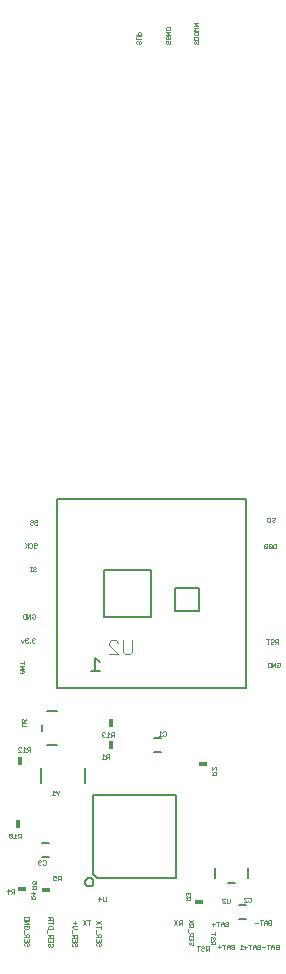
<source format=gbo>
G75*
%MOIN*%
%OFA0B0*%
%FSLAX25Y25*%
%IPPOS*%
%LPD*%
%AMOC8*
5,1,8,0,0,1.08239X$1,22.5*
%
%ADD10C,0.00100*%
%ADD11C,0.00600*%
%ADD12R,0.03000X0.01800*%
%ADD13C,0.00800*%
%ADD14C,0.00400*%
%ADD15R,0.01800X0.03000*%
D10*
X0022052Y0014797D02*
X0022302Y0014547D01*
X0022052Y0014797D02*
X0022052Y0015298D01*
X0022302Y0015548D01*
X0022552Y0015548D01*
X0022803Y0015298D01*
X0022803Y0014797D01*
X0023053Y0014547D01*
X0023303Y0014547D01*
X0023553Y0014797D01*
X0023553Y0015298D01*
X0023303Y0015548D01*
X0023553Y0016020D02*
X0022052Y0016020D01*
X0022052Y0017021D01*
X0022052Y0017493D02*
X0023553Y0017493D01*
X0023553Y0018244D01*
X0023303Y0018494D01*
X0022803Y0018494D01*
X0022552Y0018244D01*
X0022552Y0017493D01*
X0022552Y0017994D02*
X0022052Y0018494D01*
X0021802Y0018967D02*
X0021802Y0019967D01*
X0022302Y0020440D02*
X0022052Y0020690D01*
X0022052Y0021191D01*
X0022302Y0021441D01*
X0022803Y0021441D01*
X0022803Y0020940D01*
X0023303Y0020440D02*
X0022302Y0020440D01*
X0023303Y0020440D02*
X0023553Y0020690D01*
X0023553Y0021191D01*
X0023303Y0021441D01*
X0023553Y0021913D02*
X0022052Y0022914D01*
X0023553Y0022914D01*
X0023553Y0023386D02*
X0023553Y0024137D01*
X0023303Y0024387D01*
X0022302Y0024387D01*
X0022052Y0024137D01*
X0022052Y0023386D01*
X0023553Y0023386D01*
X0023553Y0021913D02*
X0022052Y0021913D01*
X0023553Y0017021D02*
X0023553Y0016020D01*
X0022803Y0016020D02*
X0022803Y0016521D01*
X0029975Y0016926D02*
X0029975Y0015926D01*
X0031476Y0015926D01*
X0031476Y0016926D01*
X0031476Y0017399D02*
X0031476Y0018149D01*
X0031226Y0018400D01*
X0030725Y0018400D01*
X0030475Y0018149D01*
X0030475Y0017399D01*
X0030475Y0017899D02*
X0029975Y0018400D01*
X0029724Y0018872D02*
X0029724Y0019873D01*
X0029975Y0020345D02*
X0029975Y0021096D01*
X0030225Y0021346D01*
X0031226Y0021346D01*
X0031476Y0021096D01*
X0031476Y0020345D01*
X0029975Y0020345D01*
X0029975Y0022319D02*
X0031476Y0022319D01*
X0031476Y0021819D02*
X0031476Y0022819D01*
X0031476Y0023292D02*
X0031476Y0024042D01*
X0031226Y0024293D01*
X0030725Y0024293D01*
X0030475Y0024042D01*
X0030475Y0023292D01*
X0030475Y0023792D02*
X0029975Y0024293D01*
X0029975Y0023292D02*
X0031476Y0023292D01*
X0031476Y0017399D02*
X0029975Y0017399D01*
X0030725Y0016426D02*
X0030725Y0015926D01*
X0030475Y0015453D02*
X0030225Y0015453D01*
X0029975Y0015203D01*
X0029975Y0014703D01*
X0030225Y0014452D01*
X0030725Y0014703D02*
X0030725Y0015203D01*
X0030475Y0015453D01*
X0031226Y0015453D02*
X0031476Y0015203D01*
X0031476Y0014703D01*
X0031226Y0014452D01*
X0030975Y0014452D01*
X0030725Y0014703D01*
X0038068Y0014755D02*
X0038318Y0014505D01*
X0038068Y0014755D02*
X0038068Y0015256D01*
X0038318Y0015506D01*
X0038569Y0015506D01*
X0038819Y0015256D01*
X0038819Y0014755D01*
X0039069Y0014505D01*
X0039319Y0014505D01*
X0039569Y0014755D01*
X0039569Y0015256D01*
X0039319Y0015506D01*
X0039569Y0015978D02*
X0038068Y0015978D01*
X0038068Y0016979D01*
X0038068Y0017452D02*
X0039569Y0017452D01*
X0039569Y0018202D01*
X0039319Y0018452D01*
X0038819Y0018452D01*
X0038569Y0018202D01*
X0038569Y0017452D01*
X0038569Y0017952D02*
X0038068Y0018452D01*
X0037818Y0018925D02*
X0037818Y0019926D01*
X0038569Y0020398D02*
X0038068Y0020898D01*
X0038569Y0021399D01*
X0039569Y0021399D01*
X0038819Y0021871D02*
X0038819Y0022872D01*
X0039319Y0022372D02*
X0038318Y0022372D01*
X0038569Y0020398D02*
X0039569Y0020398D01*
X0041464Y0021772D02*
X0042464Y0023273D01*
X0042937Y0023273D02*
X0043938Y0023273D01*
X0043437Y0023273D02*
X0043437Y0021772D01*
X0042464Y0021772D02*
X0041464Y0023273D01*
X0046056Y0022910D02*
X0047557Y0021909D01*
X0047557Y0021437D02*
X0047557Y0020436D01*
X0047557Y0020936D02*
X0046056Y0020936D01*
X0046056Y0021909D02*
X0047557Y0022910D01*
X0045805Y0019963D02*
X0045805Y0018963D01*
X0046056Y0018490D02*
X0046556Y0017990D01*
X0046556Y0018240D02*
X0046556Y0017489D01*
X0046056Y0017489D02*
X0047557Y0017489D01*
X0047557Y0018240D01*
X0047307Y0018490D01*
X0046806Y0018490D01*
X0046556Y0018240D01*
X0046056Y0017017D02*
X0046056Y0016016D01*
X0047557Y0016016D01*
X0047557Y0017017D01*
X0046806Y0016516D02*
X0046806Y0016016D01*
X0046556Y0015544D02*
X0046306Y0015544D01*
X0046056Y0015293D01*
X0046056Y0014793D01*
X0046306Y0014543D01*
X0046806Y0014793D02*
X0046806Y0015293D01*
X0046556Y0015544D01*
X0047307Y0015544D02*
X0047557Y0015293D01*
X0047557Y0014793D01*
X0047307Y0014543D01*
X0047057Y0014543D01*
X0046806Y0014793D01*
X0039569Y0015978D02*
X0039569Y0016979D01*
X0038819Y0016479D02*
X0038819Y0015978D01*
X0046959Y0029509D02*
X0046959Y0031010D01*
X0047710Y0030259D01*
X0046709Y0030259D01*
X0048182Y0029759D02*
X0048182Y0031010D01*
X0049183Y0031010D02*
X0049183Y0029759D01*
X0048933Y0029509D01*
X0048432Y0029509D01*
X0048182Y0029759D01*
X0034137Y0036475D02*
X0034137Y0037976D01*
X0033386Y0037976D01*
X0033136Y0037726D01*
X0033136Y0037225D01*
X0033386Y0036975D01*
X0034137Y0036975D01*
X0033636Y0036975D02*
X0033136Y0036475D01*
X0032663Y0036725D02*
X0032413Y0036475D01*
X0031913Y0036475D01*
X0031662Y0036725D01*
X0031662Y0037225D01*
X0031913Y0037476D01*
X0032163Y0037476D01*
X0032663Y0037225D01*
X0032663Y0037976D01*
X0031662Y0037976D01*
X0028882Y0041744D02*
X0028381Y0041744D01*
X0028131Y0041994D01*
X0027659Y0041994D02*
X0027408Y0041744D01*
X0026908Y0041744D01*
X0026658Y0041994D01*
X0026658Y0042244D01*
X0026908Y0042494D01*
X0027158Y0042494D01*
X0026908Y0042494D02*
X0026658Y0042745D01*
X0026658Y0042995D01*
X0026908Y0043245D01*
X0027408Y0043245D01*
X0027659Y0042995D01*
X0028131Y0042995D02*
X0028381Y0043245D01*
X0028882Y0043245D01*
X0029132Y0042995D01*
X0029132Y0041994D01*
X0028882Y0041744D01*
X0026075Y0036236D02*
X0026075Y0035235D01*
X0025325Y0035235D01*
X0025575Y0035736D01*
X0025575Y0035986D01*
X0025325Y0036236D01*
X0024824Y0036236D01*
X0024574Y0035986D01*
X0024574Y0035486D01*
X0024824Y0035235D01*
X0024574Y0034763D02*
X0025075Y0034263D01*
X0025075Y0034513D02*
X0025075Y0033762D01*
X0024574Y0033762D02*
X0026075Y0033762D01*
X0026075Y0034513D01*
X0025825Y0034763D01*
X0025325Y0034763D01*
X0025075Y0034513D01*
X0024933Y0032623D02*
X0024933Y0031622D01*
X0025684Y0032373D01*
X0024183Y0032373D01*
X0024183Y0031150D02*
X0024683Y0030650D01*
X0024683Y0030900D02*
X0024683Y0030149D01*
X0024183Y0030149D02*
X0025684Y0030149D01*
X0025684Y0030900D01*
X0025434Y0031150D01*
X0024933Y0031150D01*
X0024683Y0030900D01*
X0018735Y0032099D02*
X0018735Y0033600D01*
X0017984Y0033600D01*
X0017734Y0033350D01*
X0017734Y0032849D01*
X0017984Y0032599D01*
X0018735Y0032599D01*
X0018234Y0032599D02*
X0017734Y0032099D01*
X0017261Y0032849D02*
X0016261Y0032849D01*
X0016511Y0032099D02*
X0016511Y0033600D01*
X0017261Y0032849D01*
X0017191Y0050576D02*
X0017691Y0050576D01*
X0017941Y0050826D01*
X0016940Y0051827D01*
X0016940Y0050826D01*
X0017191Y0050576D01*
X0017941Y0050826D02*
X0017941Y0051827D01*
X0017691Y0052077D01*
X0017191Y0052077D01*
X0016940Y0051827D01*
X0018414Y0050576D02*
X0019415Y0050576D01*
X0019887Y0050576D02*
X0020387Y0051076D01*
X0020137Y0051076D02*
X0020888Y0051076D01*
X0020888Y0050576D02*
X0020888Y0052077D01*
X0020137Y0052077D01*
X0019887Y0051827D01*
X0019887Y0051326D01*
X0020137Y0051076D01*
X0019415Y0051577D02*
X0018914Y0052077D01*
X0018914Y0050576D01*
X0031264Y0064862D02*
X0032265Y0064862D01*
X0031764Y0064862D02*
X0031764Y0066363D01*
X0032265Y0065863D01*
X0032737Y0066113D02*
X0032737Y0066363D01*
X0032737Y0066113D02*
X0033237Y0065613D01*
X0033237Y0064862D01*
X0033237Y0065613D02*
X0033738Y0066113D01*
X0033738Y0066363D01*
X0047778Y0077018D02*
X0048779Y0077018D01*
X0049252Y0077018D02*
X0049752Y0077519D01*
X0049502Y0077519D02*
X0050252Y0077519D01*
X0050252Y0077018D02*
X0050252Y0078520D01*
X0049502Y0078520D01*
X0049252Y0078270D01*
X0049252Y0077769D01*
X0049502Y0077519D01*
X0048779Y0078019D02*
X0048279Y0078520D01*
X0048279Y0077018D01*
X0048176Y0084337D02*
X0047926Y0084587D01*
X0047926Y0084837D01*
X0048176Y0085087D01*
X0048426Y0085087D01*
X0048176Y0085087D02*
X0047926Y0085337D01*
X0047926Y0085588D01*
X0048176Y0085838D01*
X0048676Y0085838D01*
X0048926Y0085588D01*
X0048926Y0084587D02*
X0048676Y0084337D01*
X0048176Y0084337D01*
X0049399Y0084337D02*
X0050400Y0084337D01*
X0050872Y0084337D02*
X0051373Y0084837D01*
X0051122Y0084837D02*
X0051873Y0084837D01*
X0051873Y0084337D02*
X0051873Y0085838D01*
X0051122Y0085838D01*
X0050872Y0085588D01*
X0050872Y0085087D01*
X0051122Y0084837D01*
X0050400Y0085337D02*
X0049899Y0085838D01*
X0049899Y0084337D01*
X0066800Y0084790D02*
X0067801Y0084790D01*
X0067300Y0084790D02*
X0067300Y0086291D01*
X0067801Y0085791D01*
X0068273Y0086041D02*
X0068523Y0086291D01*
X0069024Y0086291D01*
X0069274Y0086041D01*
X0069274Y0085040D01*
X0069024Y0084790D01*
X0068523Y0084790D01*
X0068273Y0085040D01*
X0084546Y0074165D02*
X0084546Y0073165D01*
X0085547Y0074165D01*
X0085797Y0074165D01*
X0086047Y0073915D01*
X0086047Y0073415D01*
X0085797Y0073165D01*
X0085797Y0072692D02*
X0085297Y0072692D01*
X0085046Y0072442D01*
X0085046Y0071691D01*
X0084546Y0071691D02*
X0086047Y0071691D01*
X0086047Y0072442D01*
X0085797Y0072692D01*
X0085046Y0072192D02*
X0084546Y0072692D01*
X0103409Y0107617D02*
X0103159Y0107867D01*
X0103159Y0108868D01*
X0103409Y0109118D01*
X0104160Y0109118D01*
X0104160Y0107617D01*
X0103409Y0107617D01*
X0104632Y0107617D02*
X0104632Y0109118D01*
X0105633Y0109118D02*
X0104632Y0107617D01*
X0105633Y0107617D02*
X0105633Y0109118D01*
X0106106Y0108868D02*
X0106356Y0109118D01*
X0106856Y0109118D01*
X0107106Y0108868D01*
X0107106Y0107867D01*
X0106856Y0107617D01*
X0106356Y0107617D01*
X0106106Y0107867D01*
X0106106Y0108367D01*
X0106606Y0108367D01*
X0106602Y0115308D02*
X0106602Y0116809D01*
X0105852Y0116809D01*
X0105602Y0116559D01*
X0105602Y0116058D01*
X0105852Y0115808D01*
X0106602Y0115808D01*
X0106102Y0115808D02*
X0105602Y0115308D01*
X0105129Y0115558D02*
X0104879Y0115308D01*
X0104379Y0115308D01*
X0104128Y0115558D01*
X0104128Y0115808D01*
X0104379Y0116058D01*
X0104879Y0116058D01*
X0105129Y0116308D01*
X0105129Y0116559D01*
X0104879Y0116809D01*
X0104379Y0116809D01*
X0104128Y0116559D01*
X0103656Y0116809D02*
X0102655Y0116809D01*
X0103155Y0116809D02*
X0103155Y0115308D01*
X0102776Y0147205D02*
X0103026Y0147455D01*
X0102025Y0148456D01*
X0102025Y0147455D01*
X0102275Y0147205D01*
X0102776Y0147205D01*
X0103026Y0147455D02*
X0103026Y0148456D01*
X0102776Y0148706D01*
X0102275Y0148706D01*
X0102025Y0148456D01*
X0103498Y0148456D02*
X0104499Y0147455D01*
X0104249Y0147205D01*
X0103748Y0147205D01*
X0103498Y0147455D01*
X0103498Y0148456D01*
X0103748Y0148706D01*
X0104249Y0148706D01*
X0104499Y0148456D01*
X0104499Y0147455D01*
X0104971Y0147455D02*
X0104971Y0148456D01*
X0105222Y0148706D01*
X0105972Y0148706D01*
X0105972Y0147205D01*
X0105222Y0147205D01*
X0104971Y0147455D01*
X0104802Y0155924D02*
X0105302Y0155924D01*
X0105552Y0156174D01*
X0105302Y0156675D02*
X0104802Y0156675D01*
X0104551Y0156425D01*
X0104551Y0156174D01*
X0104802Y0155924D01*
X0104079Y0156174D02*
X0103829Y0155924D01*
X0103328Y0155924D01*
X0103078Y0156174D01*
X0103078Y0157175D01*
X0103328Y0157425D01*
X0103829Y0157425D01*
X0104079Y0157175D01*
X0104079Y0156174D01*
X0104551Y0157175D02*
X0104802Y0157425D01*
X0105302Y0157425D01*
X0105552Y0157175D01*
X0105552Y0156925D01*
X0105302Y0156675D01*
X0026362Y0156335D02*
X0026362Y0156085D01*
X0026112Y0155834D01*
X0025612Y0155834D01*
X0025361Y0155584D01*
X0025361Y0155334D01*
X0025612Y0155084D01*
X0026112Y0155084D01*
X0026362Y0155334D01*
X0026362Y0156335D02*
X0026112Y0156585D01*
X0025612Y0156585D01*
X0025361Y0156335D01*
X0024889Y0156335D02*
X0024889Y0156085D01*
X0024639Y0155834D01*
X0024138Y0155834D01*
X0023888Y0155584D01*
X0023888Y0155334D01*
X0024138Y0155084D01*
X0024639Y0155084D01*
X0024889Y0155334D01*
X0024889Y0156335D02*
X0024639Y0156585D01*
X0024138Y0156585D01*
X0023888Y0156335D01*
X0023928Y0148916D02*
X0024429Y0148916D01*
X0024679Y0148666D01*
X0024679Y0147665D01*
X0024429Y0147415D01*
X0023928Y0147415D01*
X0023678Y0147665D01*
X0023206Y0147415D02*
X0023206Y0148916D01*
X0023678Y0148666D02*
X0023928Y0148916D01*
X0022955Y0148166D02*
X0022205Y0147415D01*
X0023206Y0147915D02*
X0022205Y0148916D01*
X0025151Y0148666D02*
X0025401Y0148916D01*
X0025902Y0148916D01*
X0026152Y0148666D01*
X0026152Y0148416D01*
X0025902Y0148166D01*
X0025401Y0148166D01*
X0025151Y0147915D01*
X0025151Y0147665D01*
X0025401Y0147415D01*
X0025902Y0147415D01*
X0026152Y0147665D01*
X0025692Y0141037D02*
X0025942Y0140787D01*
X0025942Y0140537D01*
X0025692Y0140287D01*
X0025191Y0140287D01*
X0024941Y0140037D01*
X0024941Y0139786D01*
X0025191Y0139536D01*
X0025692Y0139536D01*
X0025942Y0139786D01*
X0025692Y0141037D02*
X0025191Y0141037D01*
X0024941Y0140787D01*
X0024469Y0141037D02*
X0023968Y0141037D01*
X0024219Y0141037D02*
X0024219Y0139536D01*
X0024469Y0139536D02*
X0023968Y0139536D01*
X0024091Y0125152D02*
X0023090Y0123651D01*
X0023090Y0125152D01*
X0022617Y0125152D02*
X0021867Y0125152D01*
X0021617Y0124902D01*
X0021617Y0123901D01*
X0021867Y0123651D01*
X0022617Y0123651D01*
X0022617Y0125152D01*
X0024091Y0125152D02*
X0024091Y0123651D01*
X0024563Y0123901D02*
X0024813Y0123651D01*
X0025314Y0123651D01*
X0025564Y0123901D01*
X0025564Y0124902D01*
X0025314Y0125152D01*
X0024813Y0125152D01*
X0024563Y0124902D01*
X0024563Y0124401D02*
X0025064Y0124401D01*
X0024563Y0124401D02*
X0024563Y0123901D01*
X0024813Y0117209D02*
X0024563Y0116959D01*
X0024563Y0116709D01*
X0024813Y0116458D01*
X0024563Y0116208D01*
X0024563Y0115958D01*
X0024813Y0115708D01*
X0025314Y0115708D01*
X0025564Y0115958D01*
X0025064Y0116458D02*
X0024813Y0116458D01*
X0024813Y0117209D02*
X0025314Y0117209D01*
X0025564Y0116959D01*
X0024091Y0115958D02*
X0023841Y0115958D01*
X0023841Y0115708D01*
X0024091Y0115708D01*
X0024091Y0115958D01*
X0023354Y0115958D02*
X0023104Y0115708D01*
X0022603Y0115708D01*
X0022353Y0115958D01*
X0022353Y0116208D01*
X0022603Y0116458D01*
X0022854Y0116458D01*
X0022603Y0116458D02*
X0022353Y0116709D01*
X0022353Y0116959D01*
X0022603Y0117209D01*
X0023104Y0117209D01*
X0023354Y0116959D01*
X0021881Y0116709D02*
X0021380Y0115708D01*
X0020880Y0116709D01*
X0021990Y0109514D02*
X0021990Y0108513D01*
X0021990Y0108041D02*
X0020488Y0108041D01*
X0021990Y0107040D01*
X0020488Y0107040D01*
X0020488Y0106567D02*
X0021489Y0106567D01*
X0021990Y0106067D01*
X0021489Y0105567D01*
X0020488Y0105567D01*
X0021239Y0105567D02*
X0021239Y0106567D01*
X0020488Y0109013D02*
X0021990Y0109013D01*
X0021656Y0090286D02*
X0021906Y0090035D01*
X0021906Y0089285D01*
X0021406Y0089285D01*
X0021156Y0089535D01*
X0021156Y0090035D01*
X0021406Y0090286D01*
X0021656Y0090286D01*
X0022407Y0089785D02*
X0021906Y0089285D01*
X0021406Y0088812D02*
X0022657Y0088812D01*
X0022657Y0087812D02*
X0021406Y0087812D01*
X0021156Y0088062D01*
X0021156Y0088562D01*
X0021406Y0088812D01*
X0022407Y0089785D02*
X0022657Y0090286D01*
X0023228Y0080930D02*
X0022978Y0080680D01*
X0022978Y0080180D01*
X0023228Y0079929D01*
X0023979Y0079929D01*
X0023979Y0079429D02*
X0023979Y0080930D01*
X0023228Y0080930D01*
X0022506Y0080430D02*
X0022005Y0080930D01*
X0022005Y0079429D01*
X0021505Y0079429D02*
X0022506Y0079429D01*
X0022978Y0079429D02*
X0023478Y0079929D01*
X0021032Y0079429D02*
X0020032Y0080430D01*
X0020032Y0080680D01*
X0020282Y0080930D01*
X0020782Y0080930D01*
X0021032Y0080680D01*
X0021032Y0079429D02*
X0020032Y0079429D01*
X0075861Y0032174D02*
X0075861Y0031674D01*
X0076111Y0031423D01*
X0075861Y0030951D02*
X0076361Y0030451D01*
X0076361Y0030701D02*
X0076361Y0029950D01*
X0075861Y0029950D02*
X0077362Y0029950D01*
X0077362Y0030701D01*
X0077112Y0030951D01*
X0076612Y0030951D01*
X0076361Y0030701D01*
X0077112Y0031423D02*
X0077362Y0031674D01*
X0077362Y0032174D01*
X0077112Y0032424D01*
X0076862Y0032424D01*
X0076612Y0032174D01*
X0076361Y0032424D01*
X0076111Y0032424D01*
X0075861Y0032174D01*
X0076612Y0032174D02*
X0076612Y0031924D01*
X0088030Y0030138D02*
X0088030Y0029888D01*
X0088280Y0029638D01*
X0088030Y0029388D01*
X0088030Y0029138D01*
X0088280Y0028887D01*
X0088780Y0028887D01*
X0089031Y0029138D01*
X0089503Y0029138D02*
X0089503Y0030389D01*
X0089031Y0030138D02*
X0088780Y0030389D01*
X0088280Y0030389D01*
X0088030Y0030138D01*
X0088280Y0029638D02*
X0088530Y0029638D01*
X0089503Y0029138D02*
X0089753Y0028887D01*
X0090254Y0028887D01*
X0090504Y0029138D01*
X0090504Y0030389D01*
X0095132Y0030276D02*
X0095132Y0030526D01*
X0095382Y0030776D01*
X0095883Y0030776D01*
X0096133Y0030526D01*
X0096606Y0030526D02*
X0096856Y0030776D01*
X0097356Y0030776D01*
X0097606Y0030526D01*
X0097606Y0029525D01*
X0097356Y0029275D01*
X0096856Y0029275D01*
X0096606Y0029525D01*
X0096133Y0029275D02*
X0095132Y0030276D01*
X0095132Y0029275D02*
X0096133Y0029275D01*
X0098989Y0022406D02*
X0099990Y0022406D01*
X0100462Y0023157D02*
X0101463Y0023157D01*
X0100963Y0023157D02*
X0100963Y0021656D01*
X0101935Y0021656D02*
X0101935Y0022657D01*
X0102436Y0023157D01*
X0102936Y0022657D01*
X0102936Y0021656D01*
X0103409Y0021906D02*
X0103659Y0021656D01*
X0104410Y0021656D01*
X0104410Y0023157D01*
X0103659Y0023157D01*
X0103409Y0022907D01*
X0103409Y0022657D01*
X0103659Y0022406D01*
X0104410Y0022406D01*
X0103659Y0022406D02*
X0103409Y0022156D01*
X0103409Y0021906D01*
X0102936Y0022406D02*
X0101935Y0022406D01*
X0102871Y0015001D02*
X0103872Y0015001D01*
X0103372Y0015001D02*
X0103372Y0013500D01*
X0104345Y0013500D02*
X0104345Y0014501D01*
X0104845Y0015001D01*
X0105346Y0014501D01*
X0105346Y0013500D01*
X0105818Y0013750D02*
X0106068Y0013500D01*
X0106819Y0013500D01*
X0106819Y0015001D01*
X0106068Y0015001D01*
X0105818Y0014751D01*
X0105818Y0014501D01*
X0106068Y0014250D01*
X0106819Y0014250D01*
X0106068Y0014250D02*
X0105818Y0014000D01*
X0105818Y0013750D01*
X0105346Y0014250D02*
X0104345Y0014250D01*
X0102399Y0014250D02*
X0101398Y0014250D01*
X0100679Y0014260D02*
X0099928Y0014260D01*
X0099678Y0014010D01*
X0099678Y0013759D01*
X0099928Y0013509D01*
X0100679Y0013509D01*
X0100679Y0015010D01*
X0099928Y0015010D01*
X0099678Y0014760D01*
X0099678Y0014510D01*
X0099928Y0014260D01*
X0099205Y0014260D02*
X0098205Y0014260D01*
X0098205Y0014510D02*
X0098205Y0013509D01*
X0097232Y0013509D02*
X0097232Y0015010D01*
X0097732Y0015010D02*
X0096731Y0015010D01*
X0096259Y0014260D02*
X0095258Y0014260D01*
X0094786Y0014510D02*
X0094285Y0015010D01*
X0094285Y0013509D01*
X0093785Y0013509D02*
X0094786Y0013509D01*
X0095759Y0013759D02*
X0095759Y0014760D01*
X0098205Y0014510D02*
X0098705Y0015010D01*
X0099205Y0014510D01*
X0099205Y0013509D01*
X0091964Y0013603D02*
X0091213Y0013603D01*
X0090963Y0013853D01*
X0090963Y0014103D01*
X0091213Y0014353D01*
X0091964Y0014353D01*
X0091964Y0013603D02*
X0091964Y0015104D01*
X0091213Y0015104D01*
X0090963Y0014854D01*
X0090963Y0014604D01*
X0091213Y0014353D01*
X0090490Y0014353D02*
X0089490Y0014353D01*
X0089490Y0014604D02*
X0089490Y0013603D01*
X0088517Y0013603D02*
X0088517Y0015104D01*
X0089017Y0015104D02*
X0088016Y0015104D01*
X0087544Y0014353D02*
X0086543Y0014353D01*
X0087043Y0014854D02*
X0087043Y0013853D01*
X0085647Y0015187D02*
X0085647Y0015938D01*
X0085396Y0016188D01*
X0084896Y0016188D01*
X0084646Y0015938D01*
X0084646Y0015187D01*
X0084646Y0015688D02*
X0084145Y0016188D01*
X0084395Y0016660D02*
X0084145Y0016911D01*
X0084145Y0017411D01*
X0084395Y0017661D01*
X0084646Y0017661D01*
X0084896Y0017411D01*
X0084896Y0016911D01*
X0085146Y0016660D01*
X0085396Y0016660D01*
X0085647Y0016911D01*
X0085647Y0017411D01*
X0085396Y0017661D01*
X0085647Y0018134D02*
X0085647Y0019135D01*
X0085647Y0018634D02*
X0084145Y0018634D01*
X0085024Y0021428D02*
X0085024Y0022429D01*
X0085524Y0021929D02*
X0084524Y0021929D01*
X0085997Y0022679D02*
X0086998Y0022679D01*
X0086497Y0022679D02*
X0086497Y0021178D01*
X0087470Y0021178D02*
X0087470Y0022179D01*
X0087971Y0022679D01*
X0088471Y0022179D01*
X0088471Y0021178D01*
X0088943Y0021428D02*
X0089194Y0021178D01*
X0089944Y0021178D01*
X0089944Y0022679D01*
X0089194Y0022679D01*
X0088943Y0022429D01*
X0088943Y0022179D01*
X0089194Y0021929D01*
X0089944Y0021929D01*
X0089194Y0021929D02*
X0088943Y0021678D01*
X0088943Y0021428D01*
X0088471Y0021929D02*
X0087470Y0021929D01*
X0085647Y0015187D02*
X0084145Y0015187D01*
X0083471Y0014575D02*
X0083471Y0013074D01*
X0083471Y0013574D02*
X0082720Y0013574D01*
X0082470Y0013824D01*
X0082470Y0014325D01*
X0082720Y0014575D01*
X0083471Y0014575D01*
X0082970Y0013574D02*
X0082470Y0013074D01*
X0081997Y0013324D02*
X0081747Y0013074D01*
X0081247Y0013074D01*
X0080997Y0013324D01*
X0080997Y0013574D01*
X0081247Y0013824D01*
X0081747Y0013824D01*
X0081997Y0014075D01*
X0081997Y0014325D01*
X0081747Y0014575D01*
X0081247Y0014575D01*
X0080997Y0014325D01*
X0080524Y0014575D02*
X0079523Y0014575D01*
X0080024Y0014575D02*
X0080024Y0013074D01*
X0078169Y0015026D02*
X0077919Y0015026D01*
X0077669Y0015276D01*
X0077669Y0015777D01*
X0077419Y0016027D01*
X0077168Y0016027D01*
X0076918Y0015777D01*
X0076918Y0015276D01*
X0077168Y0015026D01*
X0078169Y0015026D02*
X0078420Y0015276D01*
X0078420Y0015777D01*
X0078169Y0016027D01*
X0078420Y0016499D02*
X0076918Y0016499D01*
X0076918Y0017500D01*
X0076918Y0017973D02*
X0078420Y0017973D01*
X0078420Y0018723D01*
X0078169Y0018973D01*
X0077669Y0018973D01*
X0077419Y0018723D01*
X0077419Y0017973D01*
X0077419Y0018473D02*
X0076918Y0018973D01*
X0076668Y0019446D02*
X0076668Y0020447D01*
X0076918Y0020919D02*
X0078420Y0020919D01*
X0078420Y0021670D01*
X0078169Y0021920D01*
X0077669Y0021920D01*
X0077419Y0021670D01*
X0077419Y0020919D01*
X0077419Y0021420D02*
X0076918Y0021920D01*
X0076918Y0022392D02*
X0078420Y0023393D01*
X0078420Y0022392D02*
X0076918Y0023393D01*
X0074522Y0023165D02*
X0073772Y0023165D01*
X0073521Y0022915D01*
X0073521Y0022414D01*
X0073772Y0022164D01*
X0074522Y0022164D01*
X0074022Y0022164D02*
X0073521Y0021664D01*
X0073049Y0021664D02*
X0072048Y0023165D01*
X0073049Y0023165D02*
X0072048Y0021664D01*
X0074522Y0021664D02*
X0074522Y0023165D01*
X0078420Y0017500D02*
X0078420Y0016499D01*
X0077669Y0016499D02*
X0077669Y0017000D01*
X0089490Y0014604D02*
X0089990Y0015104D01*
X0090490Y0014604D01*
X0090490Y0013603D01*
X0079770Y0315289D02*
X0079519Y0315289D01*
X0079269Y0315539D01*
X0079269Y0316040D01*
X0079019Y0316290D01*
X0078769Y0316290D01*
X0078519Y0316040D01*
X0078519Y0315539D01*
X0078769Y0315289D01*
X0079770Y0315289D02*
X0080020Y0315539D01*
X0080020Y0316040D01*
X0079770Y0316290D01*
X0080020Y0316763D02*
X0080020Y0317513D01*
X0079770Y0317763D01*
X0078769Y0317763D01*
X0078519Y0317513D01*
X0078519Y0316763D01*
X0080020Y0316763D01*
X0079770Y0318236D02*
X0078769Y0318236D01*
X0078519Y0318486D01*
X0078519Y0318986D01*
X0078769Y0319237D01*
X0079770Y0319237D01*
X0080020Y0318986D01*
X0080020Y0318486D01*
X0079770Y0318236D01*
X0080020Y0319709D02*
X0078519Y0319709D01*
X0079019Y0320209D01*
X0078519Y0320710D01*
X0080020Y0320710D01*
X0080020Y0321182D02*
X0078519Y0322183D01*
X0080020Y0322183D01*
X0080020Y0321182D02*
X0078519Y0321182D01*
X0070725Y0320552D02*
X0070725Y0319801D01*
X0069223Y0319801D01*
X0069223Y0320552D01*
X0069474Y0320802D01*
X0070474Y0320802D01*
X0070725Y0320552D01*
X0070725Y0319329D02*
X0069223Y0319329D01*
X0070725Y0318328D01*
X0069223Y0318328D01*
X0069474Y0317856D02*
X0069974Y0317856D01*
X0069974Y0317355D01*
X0070474Y0316855D02*
X0069474Y0316855D01*
X0069223Y0317105D01*
X0069223Y0317606D01*
X0069474Y0317856D01*
X0070474Y0317856D02*
X0070725Y0317606D01*
X0070725Y0317105D01*
X0070474Y0316855D01*
X0070474Y0316383D02*
X0070725Y0316132D01*
X0070725Y0315632D01*
X0070474Y0315382D01*
X0070224Y0315382D01*
X0069974Y0315632D01*
X0069974Y0316132D01*
X0069724Y0316383D01*
X0069474Y0316383D01*
X0069223Y0316132D01*
X0069223Y0315632D01*
X0069474Y0315382D01*
X0060926Y0315594D02*
X0060676Y0315344D01*
X0060426Y0315344D01*
X0060176Y0315594D01*
X0060176Y0316094D01*
X0059925Y0316345D01*
X0059675Y0316345D01*
X0059425Y0316094D01*
X0059425Y0315594D01*
X0059675Y0315344D01*
X0060926Y0315594D02*
X0060926Y0316094D01*
X0060676Y0316345D01*
X0060926Y0316817D02*
X0059675Y0316817D01*
X0059425Y0317067D01*
X0059425Y0317568D01*
X0059675Y0317818D01*
X0060926Y0317818D01*
X0060926Y0318290D02*
X0060926Y0319041D01*
X0060676Y0319291D01*
X0060176Y0319291D01*
X0059925Y0319041D01*
X0059925Y0318290D01*
X0059425Y0318290D02*
X0060926Y0318290D01*
D11*
X0045647Y0110744D02*
X0045647Y0106340D01*
X0047115Y0106340D02*
X0044179Y0106340D01*
X0047115Y0109276D02*
X0045647Y0110744D01*
X0065143Y0083852D02*
X0067505Y0083852D01*
X0067505Y0079128D02*
X0065143Y0079128D01*
X0072585Y0064858D02*
X0044987Y0064858D01*
X0044987Y0038657D01*
X0046385Y0037260D01*
X0072585Y0037260D01*
X0072585Y0064858D01*
X0042242Y0035928D02*
X0042244Y0036003D01*
X0042250Y0036077D01*
X0042260Y0036151D01*
X0042273Y0036224D01*
X0042291Y0036297D01*
X0042312Y0036368D01*
X0042337Y0036439D01*
X0042366Y0036508D01*
X0042399Y0036575D01*
X0042435Y0036640D01*
X0042474Y0036704D01*
X0042516Y0036765D01*
X0042562Y0036824D01*
X0042611Y0036881D01*
X0042663Y0036934D01*
X0042717Y0036985D01*
X0042774Y0037034D01*
X0042834Y0037078D01*
X0042896Y0037120D01*
X0042960Y0037159D01*
X0043026Y0037194D01*
X0043093Y0037225D01*
X0043163Y0037253D01*
X0043233Y0037277D01*
X0043305Y0037298D01*
X0043378Y0037314D01*
X0043451Y0037327D01*
X0043526Y0037336D01*
X0043600Y0037341D01*
X0043675Y0037342D01*
X0043749Y0037339D01*
X0043824Y0037332D01*
X0043897Y0037321D01*
X0043971Y0037307D01*
X0044043Y0037288D01*
X0044114Y0037266D01*
X0044184Y0037240D01*
X0044253Y0037210D01*
X0044319Y0037177D01*
X0044384Y0037140D01*
X0044447Y0037100D01*
X0044508Y0037056D01*
X0044566Y0037010D01*
X0044622Y0036960D01*
X0044675Y0036908D01*
X0044726Y0036853D01*
X0044773Y0036795D01*
X0044817Y0036735D01*
X0044858Y0036672D01*
X0044896Y0036608D01*
X0044930Y0036542D01*
X0044961Y0036473D01*
X0044988Y0036404D01*
X0045011Y0036333D01*
X0045030Y0036261D01*
X0045046Y0036188D01*
X0045058Y0036114D01*
X0045066Y0036040D01*
X0045070Y0035965D01*
X0045070Y0035891D01*
X0045066Y0035816D01*
X0045058Y0035742D01*
X0045046Y0035668D01*
X0045030Y0035595D01*
X0045011Y0035523D01*
X0044988Y0035452D01*
X0044961Y0035383D01*
X0044930Y0035314D01*
X0044896Y0035248D01*
X0044858Y0035184D01*
X0044817Y0035121D01*
X0044773Y0035061D01*
X0044726Y0035003D01*
X0044675Y0034948D01*
X0044622Y0034896D01*
X0044566Y0034846D01*
X0044508Y0034800D01*
X0044447Y0034756D01*
X0044384Y0034716D01*
X0044319Y0034679D01*
X0044253Y0034646D01*
X0044184Y0034616D01*
X0044114Y0034590D01*
X0044043Y0034568D01*
X0043971Y0034549D01*
X0043897Y0034535D01*
X0043824Y0034524D01*
X0043749Y0034517D01*
X0043675Y0034514D01*
X0043600Y0034515D01*
X0043526Y0034520D01*
X0043451Y0034529D01*
X0043378Y0034542D01*
X0043305Y0034558D01*
X0043233Y0034579D01*
X0043163Y0034603D01*
X0043093Y0034631D01*
X0043026Y0034662D01*
X0042960Y0034697D01*
X0042896Y0034736D01*
X0042834Y0034778D01*
X0042774Y0034822D01*
X0042717Y0034871D01*
X0042663Y0034922D01*
X0042611Y0034975D01*
X0042562Y0035032D01*
X0042516Y0035091D01*
X0042474Y0035152D01*
X0042435Y0035216D01*
X0042399Y0035281D01*
X0042366Y0035348D01*
X0042337Y0035417D01*
X0042312Y0035488D01*
X0042291Y0035559D01*
X0042273Y0035632D01*
X0042260Y0035705D01*
X0042250Y0035779D01*
X0042244Y0035853D01*
X0042242Y0035928D01*
X0030417Y0044182D02*
X0028054Y0044182D01*
X0028054Y0048906D02*
X0030417Y0048906D01*
X0093475Y0028337D02*
X0095837Y0028337D01*
X0095837Y0023613D02*
X0093475Y0023613D01*
D12*
X0080411Y0029347D03*
X0081496Y0075141D03*
X0029124Y0033159D03*
X0021133Y0033599D03*
D13*
X0027445Y0068813D02*
X0027445Y0073931D01*
X0029515Y0081608D02*
X0032896Y0081608D01*
X0028015Y0086151D02*
X0028015Y0088265D01*
X0029515Y0092808D02*
X0032896Y0092808D01*
X0032909Y0100607D02*
X0032909Y0163599D01*
X0095901Y0163599D01*
X0095901Y0100607D01*
X0032909Y0100607D01*
X0048657Y0124229D02*
X0064405Y0124229D01*
X0064405Y0139977D01*
X0048657Y0139977D01*
X0048657Y0124229D01*
X0072279Y0126198D02*
X0080153Y0126198D01*
X0080153Y0134072D01*
X0072279Y0134072D01*
X0072279Y0126198D01*
X0042208Y0073931D02*
X0042208Y0068813D01*
X0085507Y0040628D02*
X0085507Y0037247D01*
X0090051Y0035747D02*
X0092164Y0035747D01*
X0096707Y0037247D02*
X0096707Y0040628D01*
D14*
X0057213Y0111870D02*
X0055678Y0111870D01*
X0054911Y0112638D01*
X0054911Y0116474D01*
X0053376Y0115707D02*
X0052609Y0116474D01*
X0051074Y0116474D01*
X0050307Y0115707D01*
X0050307Y0114939D01*
X0053376Y0111870D01*
X0050307Y0111870D01*
X0057213Y0111870D02*
X0057980Y0112638D01*
X0057980Y0116474D01*
D15*
X0051003Y0088887D03*
X0050856Y0081568D03*
X0020529Y0076379D03*
X0020018Y0055126D03*
M02*

</source>
